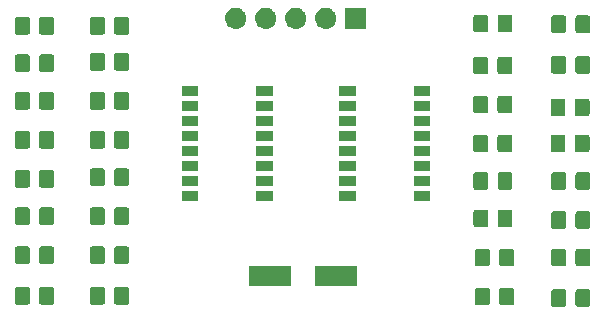
<source format=gbr>
G04 #@! TF.GenerationSoftware,KiCad,Pcbnew,(5.0.1-3-g963ef8bb5)*
G04 #@! TF.CreationDate,2018-12-19T14:50:12+08:00*
G04 #@! TF.ProjectId,16-LED-board,31362D4C45442D626F6172642E6B6963,1.0*
G04 #@! TF.SameCoordinates,Original*
G04 #@! TF.FileFunction,Soldermask,Top*
G04 #@! TF.FilePolarity,Negative*
%FSLAX46Y46*%
G04 Gerber Fmt 4.6, Leading zero omitted, Abs format (unit mm)*
G04 Created by KiCad (PCBNEW (5.0.1-3-g963ef8bb5)) date 2018 December 19, Wednesday 14:50:12*
%MOMM*%
%LPD*%
G01*
G04 APERTURE LIST*
%ADD10C,0.100000*%
G04 APERTURE END LIST*
D10*
G36*
X113938177Y-107520965D02*
X113975864Y-107532398D01*
X114010603Y-107550966D01*
X114041048Y-107575952D01*
X114066034Y-107606397D01*
X114084602Y-107641136D01*
X114096035Y-107678823D01*
X114100500Y-107724161D01*
X114100500Y-108810839D01*
X114096035Y-108856177D01*
X114084602Y-108893864D01*
X114066034Y-108928603D01*
X114041048Y-108959048D01*
X114010603Y-108984034D01*
X113975864Y-109002602D01*
X113938177Y-109014035D01*
X113892839Y-109018500D01*
X113056161Y-109018500D01*
X113010823Y-109014035D01*
X112973136Y-109002602D01*
X112938397Y-108984034D01*
X112907952Y-108959048D01*
X112882966Y-108928603D01*
X112864398Y-108893864D01*
X112852965Y-108856177D01*
X112848500Y-108810839D01*
X112848500Y-107724161D01*
X112852965Y-107678823D01*
X112864398Y-107641136D01*
X112882966Y-107606397D01*
X112907952Y-107575952D01*
X112938397Y-107550966D01*
X112973136Y-107532398D01*
X113010823Y-107520965D01*
X113056161Y-107516500D01*
X113892839Y-107516500D01*
X113938177Y-107520965D01*
X113938177Y-107520965D01*
G37*
G36*
X111888177Y-107520965D02*
X111925864Y-107532398D01*
X111960603Y-107550966D01*
X111991048Y-107575952D01*
X112016034Y-107606397D01*
X112034602Y-107641136D01*
X112046035Y-107678823D01*
X112050500Y-107724161D01*
X112050500Y-108810839D01*
X112046035Y-108856177D01*
X112034602Y-108893864D01*
X112016034Y-108928603D01*
X111991048Y-108959048D01*
X111960603Y-108984034D01*
X111925864Y-109002602D01*
X111888177Y-109014035D01*
X111842839Y-109018500D01*
X111006161Y-109018500D01*
X110960823Y-109014035D01*
X110923136Y-109002602D01*
X110888397Y-108984034D01*
X110857952Y-108959048D01*
X110832966Y-108928603D01*
X110814398Y-108893864D01*
X110802965Y-108856177D01*
X110798500Y-108810839D01*
X110798500Y-107724161D01*
X110802965Y-107678823D01*
X110814398Y-107641136D01*
X110832966Y-107606397D01*
X110857952Y-107575952D01*
X110888397Y-107550966D01*
X110923136Y-107532398D01*
X110960823Y-107520965D01*
X111006161Y-107516500D01*
X111842839Y-107516500D01*
X111888177Y-107520965D01*
X111888177Y-107520965D01*
G37*
G36*
X107479177Y-107393965D02*
X107516864Y-107405398D01*
X107551603Y-107423966D01*
X107582048Y-107448952D01*
X107607034Y-107479397D01*
X107625602Y-107514136D01*
X107637035Y-107551823D01*
X107641500Y-107597161D01*
X107641500Y-108683839D01*
X107637035Y-108729177D01*
X107625602Y-108766864D01*
X107607034Y-108801603D01*
X107582048Y-108832048D01*
X107551603Y-108857034D01*
X107516864Y-108875602D01*
X107479177Y-108887035D01*
X107433839Y-108891500D01*
X106597161Y-108891500D01*
X106551823Y-108887035D01*
X106514136Y-108875602D01*
X106479397Y-108857034D01*
X106448952Y-108832048D01*
X106423966Y-108801603D01*
X106405398Y-108766864D01*
X106393965Y-108729177D01*
X106389500Y-108683839D01*
X106389500Y-107597161D01*
X106393965Y-107551823D01*
X106405398Y-107514136D01*
X106423966Y-107479397D01*
X106448952Y-107448952D01*
X106479397Y-107423966D01*
X106514136Y-107405398D01*
X106551823Y-107393965D01*
X106597161Y-107389500D01*
X107433839Y-107389500D01*
X107479177Y-107393965D01*
X107479177Y-107393965D01*
G37*
G36*
X105429177Y-107393965D02*
X105466864Y-107405398D01*
X105501603Y-107423966D01*
X105532048Y-107448952D01*
X105557034Y-107479397D01*
X105575602Y-107514136D01*
X105587035Y-107551823D01*
X105591500Y-107597161D01*
X105591500Y-108683839D01*
X105587035Y-108729177D01*
X105575602Y-108766864D01*
X105557034Y-108801603D01*
X105532048Y-108832048D01*
X105501603Y-108857034D01*
X105466864Y-108875602D01*
X105429177Y-108887035D01*
X105383839Y-108891500D01*
X104547161Y-108891500D01*
X104501823Y-108887035D01*
X104464136Y-108875602D01*
X104429397Y-108857034D01*
X104398952Y-108832048D01*
X104373966Y-108801603D01*
X104355398Y-108766864D01*
X104343965Y-108729177D01*
X104339500Y-108683839D01*
X104339500Y-107597161D01*
X104343965Y-107551823D01*
X104355398Y-107514136D01*
X104373966Y-107479397D01*
X104398952Y-107448952D01*
X104429397Y-107423966D01*
X104464136Y-107405398D01*
X104501823Y-107393965D01*
X104547161Y-107389500D01*
X105383839Y-107389500D01*
X105429177Y-107393965D01*
X105429177Y-107393965D01*
G37*
G36*
X74885677Y-107330465D02*
X74923364Y-107341898D01*
X74958103Y-107360466D01*
X74988548Y-107385452D01*
X75013534Y-107415897D01*
X75032102Y-107450636D01*
X75043535Y-107488323D01*
X75048000Y-107533661D01*
X75048000Y-108620339D01*
X75043535Y-108665677D01*
X75032102Y-108703364D01*
X75013534Y-108738103D01*
X74988548Y-108768548D01*
X74958103Y-108793534D01*
X74923364Y-108812102D01*
X74885677Y-108823535D01*
X74840339Y-108828000D01*
X74003661Y-108828000D01*
X73958323Y-108823535D01*
X73920636Y-108812102D01*
X73885897Y-108793534D01*
X73855452Y-108768548D01*
X73830466Y-108738103D01*
X73811898Y-108703364D01*
X73800465Y-108665677D01*
X73796000Y-108620339D01*
X73796000Y-107533661D01*
X73800465Y-107488323D01*
X73811898Y-107450636D01*
X73830466Y-107415897D01*
X73855452Y-107385452D01*
X73885897Y-107360466D01*
X73920636Y-107341898D01*
X73958323Y-107330465D01*
X74003661Y-107326000D01*
X74840339Y-107326000D01*
X74885677Y-107330465D01*
X74885677Y-107330465D01*
G37*
G36*
X72835677Y-107330465D02*
X72873364Y-107341898D01*
X72908103Y-107360466D01*
X72938548Y-107385452D01*
X72963534Y-107415897D01*
X72982102Y-107450636D01*
X72993535Y-107488323D01*
X72998000Y-107533661D01*
X72998000Y-108620339D01*
X72993535Y-108665677D01*
X72982102Y-108703364D01*
X72963534Y-108738103D01*
X72938548Y-108768548D01*
X72908103Y-108793534D01*
X72873364Y-108812102D01*
X72835677Y-108823535D01*
X72790339Y-108828000D01*
X71953661Y-108828000D01*
X71908323Y-108823535D01*
X71870636Y-108812102D01*
X71835897Y-108793534D01*
X71805452Y-108768548D01*
X71780466Y-108738103D01*
X71761898Y-108703364D01*
X71750465Y-108665677D01*
X71746000Y-108620339D01*
X71746000Y-107533661D01*
X71750465Y-107488323D01*
X71761898Y-107450636D01*
X71780466Y-107415897D01*
X71805452Y-107385452D01*
X71835897Y-107360466D01*
X71870636Y-107341898D01*
X71908323Y-107330465D01*
X71953661Y-107326000D01*
X72790339Y-107326000D01*
X72835677Y-107330465D01*
X72835677Y-107330465D01*
G37*
G36*
X68535677Y-107330465D02*
X68573364Y-107341898D01*
X68608103Y-107360466D01*
X68638548Y-107385452D01*
X68663534Y-107415897D01*
X68682102Y-107450636D01*
X68693535Y-107488323D01*
X68698000Y-107533661D01*
X68698000Y-108620339D01*
X68693535Y-108665677D01*
X68682102Y-108703364D01*
X68663534Y-108738103D01*
X68638548Y-108768548D01*
X68608103Y-108793534D01*
X68573364Y-108812102D01*
X68535677Y-108823535D01*
X68490339Y-108828000D01*
X67653661Y-108828000D01*
X67608323Y-108823535D01*
X67570636Y-108812102D01*
X67535897Y-108793534D01*
X67505452Y-108768548D01*
X67480466Y-108738103D01*
X67461898Y-108703364D01*
X67450465Y-108665677D01*
X67446000Y-108620339D01*
X67446000Y-107533661D01*
X67450465Y-107488323D01*
X67461898Y-107450636D01*
X67480466Y-107415897D01*
X67505452Y-107385452D01*
X67535897Y-107360466D01*
X67570636Y-107341898D01*
X67608323Y-107330465D01*
X67653661Y-107326000D01*
X68490339Y-107326000D01*
X68535677Y-107330465D01*
X68535677Y-107330465D01*
G37*
G36*
X66485677Y-107330465D02*
X66523364Y-107341898D01*
X66558103Y-107360466D01*
X66588548Y-107385452D01*
X66613534Y-107415897D01*
X66632102Y-107450636D01*
X66643535Y-107488323D01*
X66648000Y-107533661D01*
X66648000Y-108620339D01*
X66643535Y-108665677D01*
X66632102Y-108703364D01*
X66613534Y-108738103D01*
X66588548Y-108768548D01*
X66558103Y-108793534D01*
X66523364Y-108812102D01*
X66485677Y-108823535D01*
X66440339Y-108828000D01*
X65603661Y-108828000D01*
X65558323Y-108823535D01*
X65520636Y-108812102D01*
X65485897Y-108793534D01*
X65455452Y-108768548D01*
X65430466Y-108738103D01*
X65411898Y-108703364D01*
X65400465Y-108665677D01*
X65396000Y-108620339D01*
X65396000Y-107533661D01*
X65400465Y-107488323D01*
X65411898Y-107450636D01*
X65430466Y-107415897D01*
X65455452Y-107385452D01*
X65485897Y-107360466D01*
X65520636Y-107341898D01*
X65558323Y-107330465D01*
X65603661Y-107326000D01*
X66440339Y-107326000D01*
X66485677Y-107330465D01*
X66485677Y-107330465D01*
G37*
G36*
X94390000Y-107277000D02*
X90788000Y-107277000D01*
X90788000Y-105575000D01*
X94390000Y-105575000D01*
X94390000Y-107277000D01*
X94390000Y-107277000D01*
G37*
G36*
X88790000Y-107277000D02*
X85188000Y-107277000D01*
X85188000Y-105575000D01*
X88790000Y-105575000D01*
X88790000Y-107277000D01*
X88790000Y-107277000D01*
G37*
G36*
X105429177Y-104091965D02*
X105466864Y-104103398D01*
X105501603Y-104121966D01*
X105532048Y-104146952D01*
X105557034Y-104177397D01*
X105575602Y-104212136D01*
X105587035Y-104249823D01*
X105591500Y-104295161D01*
X105591500Y-105381839D01*
X105587035Y-105427177D01*
X105575602Y-105464864D01*
X105557034Y-105499603D01*
X105532048Y-105530048D01*
X105501603Y-105555034D01*
X105466864Y-105573602D01*
X105429177Y-105585035D01*
X105383839Y-105589500D01*
X104547161Y-105589500D01*
X104501823Y-105585035D01*
X104464136Y-105573602D01*
X104429397Y-105555034D01*
X104398952Y-105530048D01*
X104373966Y-105499603D01*
X104355398Y-105464864D01*
X104343965Y-105427177D01*
X104339500Y-105381839D01*
X104339500Y-104295161D01*
X104343965Y-104249823D01*
X104355398Y-104212136D01*
X104373966Y-104177397D01*
X104398952Y-104146952D01*
X104429397Y-104121966D01*
X104464136Y-104103398D01*
X104501823Y-104091965D01*
X104547161Y-104087500D01*
X105383839Y-104087500D01*
X105429177Y-104091965D01*
X105429177Y-104091965D01*
G37*
G36*
X107479177Y-104091965D02*
X107516864Y-104103398D01*
X107551603Y-104121966D01*
X107582048Y-104146952D01*
X107607034Y-104177397D01*
X107625602Y-104212136D01*
X107637035Y-104249823D01*
X107641500Y-104295161D01*
X107641500Y-105381839D01*
X107637035Y-105427177D01*
X107625602Y-105464864D01*
X107607034Y-105499603D01*
X107582048Y-105530048D01*
X107551603Y-105555034D01*
X107516864Y-105573602D01*
X107479177Y-105585035D01*
X107433839Y-105589500D01*
X106597161Y-105589500D01*
X106551823Y-105585035D01*
X106514136Y-105573602D01*
X106479397Y-105555034D01*
X106448952Y-105530048D01*
X106423966Y-105499603D01*
X106405398Y-105464864D01*
X106393965Y-105427177D01*
X106389500Y-105381839D01*
X106389500Y-104295161D01*
X106393965Y-104249823D01*
X106405398Y-104212136D01*
X106423966Y-104177397D01*
X106448952Y-104146952D01*
X106479397Y-104121966D01*
X106514136Y-104103398D01*
X106551823Y-104091965D01*
X106597161Y-104087500D01*
X107433839Y-104087500D01*
X107479177Y-104091965D01*
X107479177Y-104091965D01*
G37*
G36*
X111888177Y-104091965D02*
X111925864Y-104103398D01*
X111960603Y-104121966D01*
X111991048Y-104146952D01*
X112016034Y-104177397D01*
X112034602Y-104212136D01*
X112046035Y-104249823D01*
X112050500Y-104295161D01*
X112050500Y-105381839D01*
X112046035Y-105427177D01*
X112034602Y-105464864D01*
X112016034Y-105499603D01*
X111991048Y-105530048D01*
X111960603Y-105555034D01*
X111925864Y-105573602D01*
X111888177Y-105585035D01*
X111842839Y-105589500D01*
X111006161Y-105589500D01*
X110960823Y-105585035D01*
X110923136Y-105573602D01*
X110888397Y-105555034D01*
X110857952Y-105530048D01*
X110832966Y-105499603D01*
X110814398Y-105464864D01*
X110802965Y-105427177D01*
X110798500Y-105381839D01*
X110798500Y-104295161D01*
X110802965Y-104249823D01*
X110814398Y-104212136D01*
X110832966Y-104177397D01*
X110857952Y-104146952D01*
X110888397Y-104121966D01*
X110923136Y-104103398D01*
X110960823Y-104091965D01*
X111006161Y-104087500D01*
X111842839Y-104087500D01*
X111888177Y-104091965D01*
X111888177Y-104091965D01*
G37*
G36*
X113938177Y-104091965D02*
X113975864Y-104103398D01*
X114010603Y-104121966D01*
X114041048Y-104146952D01*
X114066034Y-104177397D01*
X114084602Y-104212136D01*
X114096035Y-104249823D01*
X114100500Y-104295161D01*
X114100500Y-105381839D01*
X114096035Y-105427177D01*
X114084602Y-105464864D01*
X114066034Y-105499603D01*
X114041048Y-105530048D01*
X114010603Y-105555034D01*
X113975864Y-105573602D01*
X113938177Y-105585035D01*
X113892839Y-105589500D01*
X113056161Y-105589500D01*
X113010823Y-105585035D01*
X112973136Y-105573602D01*
X112938397Y-105555034D01*
X112907952Y-105530048D01*
X112882966Y-105499603D01*
X112864398Y-105464864D01*
X112852965Y-105427177D01*
X112848500Y-105381839D01*
X112848500Y-104295161D01*
X112852965Y-104249823D01*
X112864398Y-104212136D01*
X112882966Y-104177397D01*
X112907952Y-104146952D01*
X112938397Y-104121966D01*
X112973136Y-104103398D01*
X113010823Y-104091965D01*
X113056161Y-104087500D01*
X113892839Y-104087500D01*
X113938177Y-104091965D01*
X113938177Y-104091965D01*
G37*
G36*
X74885677Y-103901465D02*
X74923364Y-103912898D01*
X74958103Y-103931466D01*
X74988548Y-103956452D01*
X75013534Y-103986897D01*
X75032102Y-104021636D01*
X75043535Y-104059323D01*
X75048000Y-104104661D01*
X75048000Y-105191339D01*
X75043535Y-105236677D01*
X75032102Y-105274364D01*
X75013534Y-105309103D01*
X74988548Y-105339548D01*
X74958103Y-105364534D01*
X74923364Y-105383102D01*
X74885677Y-105394535D01*
X74840339Y-105399000D01*
X74003661Y-105399000D01*
X73958323Y-105394535D01*
X73920636Y-105383102D01*
X73885897Y-105364534D01*
X73855452Y-105339548D01*
X73830466Y-105309103D01*
X73811898Y-105274364D01*
X73800465Y-105236677D01*
X73796000Y-105191339D01*
X73796000Y-104104661D01*
X73800465Y-104059323D01*
X73811898Y-104021636D01*
X73830466Y-103986897D01*
X73855452Y-103956452D01*
X73885897Y-103931466D01*
X73920636Y-103912898D01*
X73958323Y-103901465D01*
X74003661Y-103897000D01*
X74840339Y-103897000D01*
X74885677Y-103901465D01*
X74885677Y-103901465D01*
G37*
G36*
X72835677Y-103901465D02*
X72873364Y-103912898D01*
X72908103Y-103931466D01*
X72938548Y-103956452D01*
X72963534Y-103986897D01*
X72982102Y-104021636D01*
X72993535Y-104059323D01*
X72998000Y-104104661D01*
X72998000Y-105191339D01*
X72993535Y-105236677D01*
X72982102Y-105274364D01*
X72963534Y-105309103D01*
X72938548Y-105339548D01*
X72908103Y-105364534D01*
X72873364Y-105383102D01*
X72835677Y-105394535D01*
X72790339Y-105399000D01*
X71953661Y-105399000D01*
X71908323Y-105394535D01*
X71870636Y-105383102D01*
X71835897Y-105364534D01*
X71805452Y-105339548D01*
X71780466Y-105309103D01*
X71761898Y-105274364D01*
X71750465Y-105236677D01*
X71746000Y-105191339D01*
X71746000Y-104104661D01*
X71750465Y-104059323D01*
X71761898Y-104021636D01*
X71780466Y-103986897D01*
X71805452Y-103956452D01*
X71835897Y-103931466D01*
X71870636Y-103912898D01*
X71908323Y-103901465D01*
X71953661Y-103897000D01*
X72790339Y-103897000D01*
X72835677Y-103901465D01*
X72835677Y-103901465D01*
G37*
G36*
X68535677Y-103901465D02*
X68573364Y-103912898D01*
X68608103Y-103931466D01*
X68638548Y-103956452D01*
X68663534Y-103986897D01*
X68682102Y-104021636D01*
X68693535Y-104059323D01*
X68698000Y-104104661D01*
X68698000Y-105191339D01*
X68693535Y-105236677D01*
X68682102Y-105274364D01*
X68663534Y-105309103D01*
X68638548Y-105339548D01*
X68608103Y-105364534D01*
X68573364Y-105383102D01*
X68535677Y-105394535D01*
X68490339Y-105399000D01*
X67653661Y-105399000D01*
X67608323Y-105394535D01*
X67570636Y-105383102D01*
X67535897Y-105364534D01*
X67505452Y-105339548D01*
X67480466Y-105309103D01*
X67461898Y-105274364D01*
X67450465Y-105236677D01*
X67446000Y-105191339D01*
X67446000Y-104104661D01*
X67450465Y-104059323D01*
X67461898Y-104021636D01*
X67480466Y-103986897D01*
X67505452Y-103956452D01*
X67535897Y-103931466D01*
X67570636Y-103912898D01*
X67608323Y-103901465D01*
X67653661Y-103897000D01*
X68490339Y-103897000D01*
X68535677Y-103901465D01*
X68535677Y-103901465D01*
G37*
G36*
X66485677Y-103901465D02*
X66523364Y-103912898D01*
X66558103Y-103931466D01*
X66588548Y-103956452D01*
X66613534Y-103986897D01*
X66632102Y-104021636D01*
X66643535Y-104059323D01*
X66648000Y-104104661D01*
X66648000Y-105191339D01*
X66643535Y-105236677D01*
X66632102Y-105274364D01*
X66613534Y-105309103D01*
X66588548Y-105339548D01*
X66558103Y-105364534D01*
X66523364Y-105383102D01*
X66485677Y-105394535D01*
X66440339Y-105399000D01*
X65603661Y-105399000D01*
X65558323Y-105394535D01*
X65520636Y-105383102D01*
X65485897Y-105364534D01*
X65455452Y-105339548D01*
X65430466Y-105309103D01*
X65411898Y-105274364D01*
X65400465Y-105236677D01*
X65396000Y-105191339D01*
X65396000Y-104104661D01*
X65400465Y-104059323D01*
X65411898Y-104021636D01*
X65430466Y-103986897D01*
X65455452Y-103956452D01*
X65485897Y-103931466D01*
X65520636Y-103912898D01*
X65558323Y-103901465D01*
X65603661Y-103897000D01*
X66440339Y-103897000D01*
X66485677Y-103901465D01*
X66485677Y-103901465D01*
G37*
G36*
X111888177Y-100916965D02*
X111925864Y-100928398D01*
X111960603Y-100946966D01*
X111991048Y-100971952D01*
X112016034Y-101002397D01*
X112034602Y-101037136D01*
X112046035Y-101074823D01*
X112050500Y-101120161D01*
X112050500Y-102206839D01*
X112046035Y-102252177D01*
X112034602Y-102289864D01*
X112016034Y-102324603D01*
X111991048Y-102355048D01*
X111960603Y-102380034D01*
X111925864Y-102398602D01*
X111888177Y-102410035D01*
X111842839Y-102414500D01*
X111006161Y-102414500D01*
X110960823Y-102410035D01*
X110923136Y-102398602D01*
X110888397Y-102380034D01*
X110857952Y-102355048D01*
X110832966Y-102324603D01*
X110814398Y-102289864D01*
X110802965Y-102252177D01*
X110798500Y-102206839D01*
X110798500Y-101120161D01*
X110802965Y-101074823D01*
X110814398Y-101037136D01*
X110832966Y-101002397D01*
X110857952Y-100971952D01*
X110888397Y-100946966D01*
X110923136Y-100928398D01*
X110960823Y-100916965D01*
X111006161Y-100912500D01*
X111842839Y-100912500D01*
X111888177Y-100916965D01*
X111888177Y-100916965D01*
G37*
G36*
X113938177Y-100916965D02*
X113975864Y-100928398D01*
X114010603Y-100946966D01*
X114041048Y-100971952D01*
X114066034Y-101002397D01*
X114084602Y-101037136D01*
X114096035Y-101074823D01*
X114100500Y-101120161D01*
X114100500Y-102206839D01*
X114096035Y-102252177D01*
X114084602Y-102289864D01*
X114066034Y-102324603D01*
X114041048Y-102355048D01*
X114010603Y-102380034D01*
X113975864Y-102398602D01*
X113938177Y-102410035D01*
X113892839Y-102414500D01*
X113056161Y-102414500D01*
X113010823Y-102410035D01*
X112973136Y-102398602D01*
X112938397Y-102380034D01*
X112907952Y-102355048D01*
X112882966Y-102324603D01*
X112864398Y-102289864D01*
X112852965Y-102252177D01*
X112848500Y-102206839D01*
X112848500Y-101120161D01*
X112852965Y-101074823D01*
X112864398Y-101037136D01*
X112882966Y-101002397D01*
X112907952Y-100971952D01*
X112938397Y-100946966D01*
X112973136Y-100928398D01*
X113010823Y-100916965D01*
X113056161Y-100912500D01*
X113892839Y-100912500D01*
X113938177Y-100916965D01*
X113938177Y-100916965D01*
G37*
G36*
X105302177Y-100789965D02*
X105339864Y-100801398D01*
X105374603Y-100819966D01*
X105405048Y-100844952D01*
X105430034Y-100875397D01*
X105448602Y-100910136D01*
X105460035Y-100947823D01*
X105464500Y-100993161D01*
X105464500Y-102079839D01*
X105460035Y-102125177D01*
X105448602Y-102162864D01*
X105430034Y-102197603D01*
X105405048Y-102228048D01*
X105374603Y-102253034D01*
X105339864Y-102271602D01*
X105302177Y-102283035D01*
X105256839Y-102287500D01*
X104420161Y-102287500D01*
X104374823Y-102283035D01*
X104337136Y-102271602D01*
X104302397Y-102253034D01*
X104271952Y-102228048D01*
X104246966Y-102197603D01*
X104228398Y-102162864D01*
X104216965Y-102125177D01*
X104212500Y-102079839D01*
X104212500Y-100993161D01*
X104216965Y-100947823D01*
X104228398Y-100910136D01*
X104246966Y-100875397D01*
X104271952Y-100844952D01*
X104302397Y-100819966D01*
X104337136Y-100801398D01*
X104374823Y-100789965D01*
X104420161Y-100785500D01*
X105256839Y-100785500D01*
X105302177Y-100789965D01*
X105302177Y-100789965D01*
G37*
G36*
X107352177Y-100789965D02*
X107389864Y-100801398D01*
X107424603Y-100819966D01*
X107455048Y-100844952D01*
X107480034Y-100875397D01*
X107498602Y-100910136D01*
X107510035Y-100947823D01*
X107514500Y-100993161D01*
X107514500Y-102079839D01*
X107510035Y-102125177D01*
X107498602Y-102162864D01*
X107480034Y-102197603D01*
X107455048Y-102228048D01*
X107424603Y-102253034D01*
X107389864Y-102271602D01*
X107352177Y-102283035D01*
X107306839Y-102287500D01*
X106470161Y-102287500D01*
X106424823Y-102283035D01*
X106387136Y-102271602D01*
X106352397Y-102253034D01*
X106321952Y-102228048D01*
X106296966Y-102197603D01*
X106278398Y-102162864D01*
X106266965Y-102125177D01*
X106262500Y-102079839D01*
X106262500Y-100993161D01*
X106266965Y-100947823D01*
X106278398Y-100910136D01*
X106296966Y-100875397D01*
X106321952Y-100844952D01*
X106352397Y-100819966D01*
X106387136Y-100801398D01*
X106424823Y-100789965D01*
X106470161Y-100785500D01*
X107306839Y-100785500D01*
X107352177Y-100789965D01*
X107352177Y-100789965D01*
G37*
G36*
X66485677Y-100599465D02*
X66523364Y-100610898D01*
X66558103Y-100629466D01*
X66588548Y-100654452D01*
X66613534Y-100684897D01*
X66632102Y-100719636D01*
X66643535Y-100757323D01*
X66648000Y-100802661D01*
X66648000Y-101889339D01*
X66643535Y-101934677D01*
X66632102Y-101972364D01*
X66613534Y-102007103D01*
X66588548Y-102037548D01*
X66558103Y-102062534D01*
X66523364Y-102081102D01*
X66485677Y-102092535D01*
X66440339Y-102097000D01*
X65603661Y-102097000D01*
X65558323Y-102092535D01*
X65520636Y-102081102D01*
X65485897Y-102062534D01*
X65455452Y-102037548D01*
X65430466Y-102007103D01*
X65411898Y-101972364D01*
X65400465Y-101934677D01*
X65396000Y-101889339D01*
X65396000Y-100802661D01*
X65400465Y-100757323D01*
X65411898Y-100719636D01*
X65430466Y-100684897D01*
X65455452Y-100654452D01*
X65485897Y-100629466D01*
X65520636Y-100610898D01*
X65558323Y-100599465D01*
X65603661Y-100595000D01*
X66440339Y-100595000D01*
X66485677Y-100599465D01*
X66485677Y-100599465D01*
G37*
G36*
X68535677Y-100599465D02*
X68573364Y-100610898D01*
X68608103Y-100629466D01*
X68638548Y-100654452D01*
X68663534Y-100684897D01*
X68682102Y-100719636D01*
X68693535Y-100757323D01*
X68698000Y-100802661D01*
X68698000Y-101889339D01*
X68693535Y-101934677D01*
X68682102Y-101972364D01*
X68663534Y-102007103D01*
X68638548Y-102037548D01*
X68608103Y-102062534D01*
X68573364Y-102081102D01*
X68535677Y-102092535D01*
X68490339Y-102097000D01*
X67653661Y-102097000D01*
X67608323Y-102092535D01*
X67570636Y-102081102D01*
X67535897Y-102062534D01*
X67505452Y-102037548D01*
X67480466Y-102007103D01*
X67461898Y-101972364D01*
X67450465Y-101934677D01*
X67446000Y-101889339D01*
X67446000Y-100802661D01*
X67450465Y-100757323D01*
X67461898Y-100719636D01*
X67480466Y-100684897D01*
X67505452Y-100654452D01*
X67535897Y-100629466D01*
X67570636Y-100610898D01*
X67608323Y-100599465D01*
X67653661Y-100595000D01*
X68490339Y-100595000D01*
X68535677Y-100599465D01*
X68535677Y-100599465D01*
G37*
G36*
X72835677Y-100599465D02*
X72873364Y-100610898D01*
X72908103Y-100629466D01*
X72938548Y-100654452D01*
X72963534Y-100684897D01*
X72982102Y-100719636D01*
X72993535Y-100757323D01*
X72998000Y-100802661D01*
X72998000Y-101889339D01*
X72993535Y-101934677D01*
X72982102Y-101972364D01*
X72963534Y-102007103D01*
X72938548Y-102037548D01*
X72908103Y-102062534D01*
X72873364Y-102081102D01*
X72835677Y-102092535D01*
X72790339Y-102097000D01*
X71953661Y-102097000D01*
X71908323Y-102092535D01*
X71870636Y-102081102D01*
X71835897Y-102062534D01*
X71805452Y-102037548D01*
X71780466Y-102007103D01*
X71761898Y-101972364D01*
X71750465Y-101934677D01*
X71746000Y-101889339D01*
X71746000Y-100802661D01*
X71750465Y-100757323D01*
X71761898Y-100719636D01*
X71780466Y-100684897D01*
X71805452Y-100654452D01*
X71835897Y-100629466D01*
X71870636Y-100610898D01*
X71908323Y-100599465D01*
X71953661Y-100595000D01*
X72790339Y-100595000D01*
X72835677Y-100599465D01*
X72835677Y-100599465D01*
G37*
G36*
X74885677Y-100599465D02*
X74923364Y-100610898D01*
X74958103Y-100629466D01*
X74988548Y-100654452D01*
X75013534Y-100684897D01*
X75032102Y-100719636D01*
X75043535Y-100757323D01*
X75048000Y-100802661D01*
X75048000Y-101889339D01*
X75043535Y-101934677D01*
X75032102Y-101972364D01*
X75013534Y-102007103D01*
X74988548Y-102037548D01*
X74958103Y-102062534D01*
X74923364Y-102081102D01*
X74885677Y-102092535D01*
X74840339Y-102097000D01*
X74003661Y-102097000D01*
X73958323Y-102092535D01*
X73920636Y-102081102D01*
X73885897Y-102062534D01*
X73855452Y-102037548D01*
X73830466Y-102007103D01*
X73811898Y-101972364D01*
X73800465Y-101934677D01*
X73796000Y-101889339D01*
X73796000Y-100802661D01*
X73800465Y-100757323D01*
X73811898Y-100719636D01*
X73830466Y-100684897D01*
X73855452Y-100654452D01*
X73885897Y-100629466D01*
X73920636Y-100610898D01*
X73958323Y-100599465D01*
X74003661Y-100595000D01*
X74840339Y-100595000D01*
X74885677Y-100599465D01*
X74885677Y-100599465D01*
G37*
G36*
X94261500Y-100087500D02*
X92859500Y-100087500D01*
X92859500Y-99185500D01*
X94261500Y-99185500D01*
X94261500Y-100087500D01*
X94261500Y-100087500D01*
G37*
G36*
X80926500Y-100087500D02*
X79524500Y-100087500D01*
X79524500Y-99185500D01*
X80926500Y-99185500D01*
X80926500Y-100087500D01*
X80926500Y-100087500D01*
G37*
G36*
X100561500Y-100087500D02*
X99159500Y-100087500D01*
X99159500Y-99185500D01*
X100561500Y-99185500D01*
X100561500Y-100087500D01*
X100561500Y-100087500D01*
G37*
G36*
X87226500Y-100087500D02*
X85824500Y-100087500D01*
X85824500Y-99185500D01*
X87226500Y-99185500D01*
X87226500Y-100087500D01*
X87226500Y-100087500D01*
G37*
G36*
X111888177Y-97614965D02*
X111925864Y-97626398D01*
X111960603Y-97644966D01*
X111991048Y-97669952D01*
X112016034Y-97700397D01*
X112034602Y-97735136D01*
X112046035Y-97772823D01*
X112050500Y-97818161D01*
X112050500Y-98904839D01*
X112046035Y-98950177D01*
X112034602Y-98987864D01*
X112016034Y-99022603D01*
X111991048Y-99053048D01*
X111960603Y-99078034D01*
X111925864Y-99096602D01*
X111888177Y-99108035D01*
X111842839Y-99112500D01*
X111006161Y-99112500D01*
X110960823Y-99108035D01*
X110923136Y-99096602D01*
X110888397Y-99078034D01*
X110857952Y-99053048D01*
X110832966Y-99022603D01*
X110814398Y-98987864D01*
X110802965Y-98950177D01*
X110798500Y-98904839D01*
X110798500Y-97818161D01*
X110802965Y-97772823D01*
X110814398Y-97735136D01*
X110832966Y-97700397D01*
X110857952Y-97669952D01*
X110888397Y-97644966D01*
X110923136Y-97626398D01*
X110960823Y-97614965D01*
X111006161Y-97610500D01*
X111842839Y-97610500D01*
X111888177Y-97614965D01*
X111888177Y-97614965D01*
G37*
G36*
X113938177Y-97614965D02*
X113975864Y-97626398D01*
X114010603Y-97644966D01*
X114041048Y-97669952D01*
X114066034Y-97700397D01*
X114084602Y-97735136D01*
X114096035Y-97772823D01*
X114100500Y-97818161D01*
X114100500Y-98904839D01*
X114096035Y-98950177D01*
X114084602Y-98987864D01*
X114066034Y-99022603D01*
X114041048Y-99053048D01*
X114010603Y-99078034D01*
X113975864Y-99096602D01*
X113938177Y-99108035D01*
X113892839Y-99112500D01*
X113056161Y-99112500D01*
X113010823Y-99108035D01*
X112973136Y-99096602D01*
X112938397Y-99078034D01*
X112907952Y-99053048D01*
X112882966Y-99022603D01*
X112864398Y-98987864D01*
X112852965Y-98950177D01*
X112848500Y-98904839D01*
X112848500Y-97818161D01*
X112852965Y-97772823D01*
X112864398Y-97735136D01*
X112882966Y-97700397D01*
X112907952Y-97669952D01*
X112938397Y-97644966D01*
X112973136Y-97626398D01*
X113010823Y-97614965D01*
X113056161Y-97610500D01*
X113892839Y-97610500D01*
X113938177Y-97614965D01*
X113938177Y-97614965D01*
G37*
G36*
X105293177Y-97614965D02*
X105330864Y-97626398D01*
X105365603Y-97644966D01*
X105396048Y-97669952D01*
X105421034Y-97700397D01*
X105439602Y-97735136D01*
X105451035Y-97772823D01*
X105455500Y-97818161D01*
X105455500Y-98904839D01*
X105451035Y-98950177D01*
X105439602Y-98987864D01*
X105421034Y-99022603D01*
X105396048Y-99053048D01*
X105365603Y-99078034D01*
X105330864Y-99096602D01*
X105293177Y-99108035D01*
X105247839Y-99112500D01*
X104411161Y-99112500D01*
X104365823Y-99108035D01*
X104328136Y-99096602D01*
X104293397Y-99078034D01*
X104262952Y-99053048D01*
X104237966Y-99022603D01*
X104219398Y-98987864D01*
X104207965Y-98950177D01*
X104203500Y-98904839D01*
X104203500Y-97818161D01*
X104207965Y-97772823D01*
X104219398Y-97735136D01*
X104237966Y-97700397D01*
X104262952Y-97669952D01*
X104293397Y-97644966D01*
X104328136Y-97626398D01*
X104365823Y-97614965D01*
X104411161Y-97610500D01*
X105247839Y-97610500D01*
X105293177Y-97614965D01*
X105293177Y-97614965D01*
G37*
G36*
X107343177Y-97614965D02*
X107380864Y-97626398D01*
X107415603Y-97644966D01*
X107446048Y-97669952D01*
X107471034Y-97700397D01*
X107489602Y-97735136D01*
X107501035Y-97772823D01*
X107505500Y-97818161D01*
X107505500Y-98904839D01*
X107501035Y-98950177D01*
X107489602Y-98987864D01*
X107471034Y-99022603D01*
X107446048Y-99053048D01*
X107415603Y-99078034D01*
X107380864Y-99096602D01*
X107343177Y-99108035D01*
X107297839Y-99112500D01*
X106461161Y-99112500D01*
X106415823Y-99108035D01*
X106378136Y-99096602D01*
X106343397Y-99078034D01*
X106312952Y-99053048D01*
X106287966Y-99022603D01*
X106269398Y-98987864D01*
X106257965Y-98950177D01*
X106253500Y-98904839D01*
X106253500Y-97818161D01*
X106257965Y-97772823D01*
X106269398Y-97735136D01*
X106287966Y-97700397D01*
X106312952Y-97669952D01*
X106343397Y-97644966D01*
X106378136Y-97626398D01*
X106415823Y-97614965D01*
X106461161Y-97610500D01*
X107297839Y-97610500D01*
X107343177Y-97614965D01*
X107343177Y-97614965D01*
G37*
G36*
X66485677Y-97424465D02*
X66523364Y-97435898D01*
X66558103Y-97454466D01*
X66588548Y-97479452D01*
X66613534Y-97509897D01*
X66632102Y-97544636D01*
X66643535Y-97582323D01*
X66648000Y-97627661D01*
X66648000Y-98714339D01*
X66643535Y-98759677D01*
X66632102Y-98797364D01*
X66613534Y-98832103D01*
X66588548Y-98862548D01*
X66558103Y-98887534D01*
X66523364Y-98906102D01*
X66485677Y-98917535D01*
X66440339Y-98922000D01*
X65603661Y-98922000D01*
X65558323Y-98917535D01*
X65520636Y-98906102D01*
X65485897Y-98887534D01*
X65455452Y-98862548D01*
X65430466Y-98832103D01*
X65411898Y-98797364D01*
X65400465Y-98759677D01*
X65396000Y-98714339D01*
X65396000Y-97627661D01*
X65400465Y-97582323D01*
X65411898Y-97544636D01*
X65430466Y-97509897D01*
X65455452Y-97479452D01*
X65485897Y-97454466D01*
X65520636Y-97435898D01*
X65558323Y-97424465D01*
X65603661Y-97420000D01*
X66440339Y-97420000D01*
X66485677Y-97424465D01*
X66485677Y-97424465D01*
G37*
G36*
X68535677Y-97424465D02*
X68573364Y-97435898D01*
X68608103Y-97454466D01*
X68638548Y-97479452D01*
X68663534Y-97509897D01*
X68682102Y-97544636D01*
X68693535Y-97582323D01*
X68698000Y-97627661D01*
X68698000Y-98714339D01*
X68693535Y-98759677D01*
X68682102Y-98797364D01*
X68663534Y-98832103D01*
X68638548Y-98862548D01*
X68608103Y-98887534D01*
X68573364Y-98906102D01*
X68535677Y-98917535D01*
X68490339Y-98922000D01*
X67653661Y-98922000D01*
X67608323Y-98917535D01*
X67570636Y-98906102D01*
X67535897Y-98887534D01*
X67505452Y-98862548D01*
X67480466Y-98832103D01*
X67461898Y-98797364D01*
X67450465Y-98759677D01*
X67446000Y-98714339D01*
X67446000Y-97627661D01*
X67450465Y-97582323D01*
X67461898Y-97544636D01*
X67480466Y-97509897D01*
X67505452Y-97479452D01*
X67535897Y-97454466D01*
X67570636Y-97435898D01*
X67608323Y-97424465D01*
X67653661Y-97420000D01*
X68490339Y-97420000D01*
X68535677Y-97424465D01*
X68535677Y-97424465D01*
G37*
G36*
X94261500Y-98807500D02*
X92859500Y-98807500D01*
X92859500Y-97905500D01*
X94261500Y-97905500D01*
X94261500Y-98807500D01*
X94261500Y-98807500D01*
G37*
G36*
X87226500Y-98807500D02*
X85824500Y-98807500D01*
X85824500Y-97905500D01*
X87226500Y-97905500D01*
X87226500Y-98807500D01*
X87226500Y-98807500D01*
G37*
G36*
X100561500Y-98807500D02*
X99159500Y-98807500D01*
X99159500Y-97905500D01*
X100561500Y-97905500D01*
X100561500Y-98807500D01*
X100561500Y-98807500D01*
G37*
G36*
X80926500Y-98807500D02*
X79524500Y-98807500D01*
X79524500Y-97905500D01*
X80926500Y-97905500D01*
X80926500Y-98807500D01*
X80926500Y-98807500D01*
G37*
G36*
X72835677Y-97297465D02*
X72873364Y-97308898D01*
X72908103Y-97327466D01*
X72938548Y-97352452D01*
X72963534Y-97382897D01*
X72982102Y-97417636D01*
X72993535Y-97455323D01*
X72998000Y-97500661D01*
X72998000Y-98587339D01*
X72993535Y-98632677D01*
X72982102Y-98670364D01*
X72963534Y-98705103D01*
X72938548Y-98735548D01*
X72908103Y-98760534D01*
X72873364Y-98779102D01*
X72835677Y-98790535D01*
X72790339Y-98795000D01*
X71953661Y-98795000D01*
X71908323Y-98790535D01*
X71870636Y-98779102D01*
X71835897Y-98760534D01*
X71805452Y-98735548D01*
X71780466Y-98705103D01*
X71761898Y-98670364D01*
X71750465Y-98632677D01*
X71746000Y-98587339D01*
X71746000Y-97500661D01*
X71750465Y-97455323D01*
X71761898Y-97417636D01*
X71780466Y-97382897D01*
X71805452Y-97352452D01*
X71835897Y-97327466D01*
X71870636Y-97308898D01*
X71908323Y-97297465D01*
X71953661Y-97293000D01*
X72790339Y-97293000D01*
X72835677Y-97297465D01*
X72835677Y-97297465D01*
G37*
G36*
X74885677Y-97297465D02*
X74923364Y-97308898D01*
X74958103Y-97327466D01*
X74988548Y-97352452D01*
X75013534Y-97382897D01*
X75032102Y-97417636D01*
X75043535Y-97455323D01*
X75048000Y-97500661D01*
X75048000Y-98587339D01*
X75043535Y-98632677D01*
X75032102Y-98670364D01*
X75013534Y-98705103D01*
X74988548Y-98735548D01*
X74958103Y-98760534D01*
X74923364Y-98779102D01*
X74885677Y-98790535D01*
X74840339Y-98795000D01*
X74003661Y-98795000D01*
X73958323Y-98790535D01*
X73920636Y-98779102D01*
X73885897Y-98760534D01*
X73855452Y-98735548D01*
X73830466Y-98705103D01*
X73811898Y-98670364D01*
X73800465Y-98632677D01*
X73796000Y-98587339D01*
X73796000Y-97500661D01*
X73800465Y-97455323D01*
X73811898Y-97417636D01*
X73830466Y-97382897D01*
X73855452Y-97352452D01*
X73885897Y-97327466D01*
X73920636Y-97308898D01*
X73958323Y-97297465D01*
X74003661Y-97293000D01*
X74840339Y-97293000D01*
X74885677Y-97297465D01*
X74885677Y-97297465D01*
G37*
G36*
X80926500Y-97547500D02*
X79524500Y-97547500D01*
X79524500Y-96645500D01*
X80926500Y-96645500D01*
X80926500Y-97547500D01*
X80926500Y-97547500D01*
G37*
G36*
X94261500Y-97547500D02*
X92859500Y-97547500D01*
X92859500Y-96645500D01*
X94261500Y-96645500D01*
X94261500Y-97547500D01*
X94261500Y-97547500D01*
G37*
G36*
X100561500Y-97547500D02*
X99159500Y-97547500D01*
X99159500Y-96645500D01*
X100561500Y-96645500D01*
X100561500Y-97547500D01*
X100561500Y-97547500D01*
G37*
G36*
X87226500Y-97547500D02*
X85824500Y-97547500D01*
X85824500Y-96645500D01*
X87226500Y-96645500D01*
X87226500Y-97547500D01*
X87226500Y-97547500D01*
G37*
G36*
X94261500Y-96277500D02*
X92859500Y-96277500D01*
X92859500Y-95375500D01*
X94261500Y-95375500D01*
X94261500Y-96277500D01*
X94261500Y-96277500D01*
G37*
G36*
X100561500Y-96277500D02*
X99159500Y-96277500D01*
X99159500Y-95375500D01*
X100561500Y-95375500D01*
X100561500Y-96277500D01*
X100561500Y-96277500D01*
G37*
G36*
X87226500Y-96277500D02*
X85824500Y-96277500D01*
X85824500Y-95375500D01*
X87226500Y-95375500D01*
X87226500Y-96277500D01*
X87226500Y-96277500D01*
G37*
G36*
X80926500Y-96277500D02*
X79524500Y-96277500D01*
X79524500Y-95375500D01*
X80926500Y-95375500D01*
X80926500Y-96277500D01*
X80926500Y-96277500D01*
G37*
G36*
X105284177Y-94439965D02*
X105321864Y-94451398D01*
X105356603Y-94469966D01*
X105387048Y-94494952D01*
X105412034Y-94525397D01*
X105430602Y-94560136D01*
X105442035Y-94597823D01*
X105446500Y-94643161D01*
X105446500Y-95729839D01*
X105442035Y-95775177D01*
X105430602Y-95812864D01*
X105412034Y-95847603D01*
X105387048Y-95878048D01*
X105356603Y-95903034D01*
X105321864Y-95921602D01*
X105284177Y-95933035D01*
X105238839Y-95937500D01*
X104402161Y-95937500D01*
X104356823Y-95933035D01*
X104319136Y-95921602D01*
X104284397Y-95903034D01*
X104253952Y-95878048D01*
X104228966Y-95847603D01*
X104210398Y-95812864D01*
X104198965Y-95775177D01*
X104194500Y-95729839D01*
X104194500Y-94643161D01*
X104198965Y-94597823D01*
X104210398Y-94560136D01*
X104228966Y-94525397D01*
X104253952Y-94494952D01*
X104284397Y-94469966D01*
X104319136Y-94451398D01*
X104356823Y-94439965D01*
X104402161Y-94435500D01*
X105238839Y-94435500D01*
X105284177Y-94439965D01*
X105284177Y-94439965D01*
G37*
G36*
X113874677Y-94439965D02*
X113912364Y-94451398D01*
X113947103Y-94469966D01*
X113977548Y-94494952D01*
X114002534Y-94525397D01*
X114021102Y-94560136D01*
X114032535Y-94597823D01*
X114037000Y-94643161D01*
X114037000Y-95729839D01*
X114032535Y-95775177D01*
X114021102Y-95812864D01*
X114002534Y-95847603D01*
X113977548Y-95878048D01*
X113947103Y-95903034D01*
X113912364Y-95921602D01*
X113874677Y-95933035D01*
X113829339Y-95937500D01*
X112992661Y-95937500D01*
X112947323Y-95933035D01*
X112909636Y-95921602D01*
X112874897Y-95903034D01*
X112844452Y-95878048D01*
X112819466Y-95847603D01*
X112800898Y-95812864D01*
X112789465Y-95775177D01*
X112785000Y-95729839D01*
X112785000Y-94643161D01*
X112789465Y-94597823D01*
X112800898Y-94560136D01*
X112819466Y-94525397D01*
X112844452Y-94494952D01*
X112874897Y-94469966D01*
X112909636Y-94451398D01*
X112947323Y-94439965D01*
X112992661Y-94435500D01*
X113829339Y-94435500D01*
X113874677Y-94439965D01*
X113874677Y-94439965D01*
G37*
G36*
X107334177Y-94439965D02*
X107371864Y-94451398D01*
X107406603Y-94469966D01*
X107437048Y-94494952D01*
X107462034Y-94525397D01*
X107480602Y-94560136D01*
X107492035Y-94597823D01*
X107496500Y-94643161D01*
X107496500Y-95729839D01*
X107492035Y-95775177D01*
X107480602Y-95812864D01*
X107462034Y-95847603D01*
X107437048Y-95878048D01*
X107406603Y-95903034D01*
X107371864Y-95921602D01*
X107334177Y-95933035D01*
X107288839Y-95937500D01*
X106452161Y-95937500D01*
X106406823Y-95933035D01*
X106369136Y-95921602D01*
X106334397Y-95903034D01*
X106303952Y-95878048D01*
X106278966Y-95847603D01*
X106260398Y-95812864D01*
X106248965Y-95775177D01*
X106244500Y-95729839D01*
X106244500Y-94643161D01*
X106248965Y-94597823D01*
X106260398Y-94560136D01*
X106278966Y-94525397D01*
X106303952Y-94494952D01*
X106334397Y-94469966D01*
X106369136Y-94451398D01*
X106406823Y-94439965D01*
X106452161Y-94435500D01*
X107288839Y-94435500D01*
X107334177Y-94439965D01*
X107334177Y-94439965D01*
G37*
G36*
X111824677Y-94439965D02*
X111862364Y-94451398D01*
X111897103Y-94469966D01*
X111927548Y-94494952D01*
X111952534Y-94525397D01*
X111971102Y-94560136D01*
X111982535Y-94597823D01*
X111987000Y-94643161D01*
X111987000Y-95729839D01*
X111982535Y-95775177D01*
X111971102Y-95812864D01*
X111952534Y-95847603D01*
X111927548Y-95878048D01*
X111897103Y-95903034D01*
X111862364Y-95921602D01*
X111824677Y-95933035D01*
X111779339Y-95937500D01*
X110942661Y-95937500D01*
X110897323Y-95933035D01*
X110859636Y-95921602D01*
X110824897Y-95903034D01*
X110794452Y-95878048D01*
X110769466Y-95847603D01*
X110750898Y-95812864D01*
X110739465Y-95775177D01*
X110735000Y-95729839D01*
X110735000Y-94643161D01*
X110739465Y-94597823D01*
X110750898Y-94560136D01*
X110769466Y-94525397D01*
X110794452Y-94494952D01*
X110824897Y-94469966D01*
X110859636Y-94451398D01*
X110897323Y-94439965D01*
X110942661Y-94435500D01*
X111779339Y-94435500D01*
X111824677Y-94439965D01*
X111824677Y-94439965D01*
G37*
G36*
X72835677Y-94122465D02*
X72873364Y-94133898D01*
X72908103Y-94152466D01*
X72938548Y-94177452D01*
X72963534Y-94207897D01*
X72982102Y-94242636D01*
X72993535Y-94280323D01*
X72998000Y-94325661D01*
X72998000Y-95412339D01*
X72993535Y-95457677D01*
X72982102Y-95495364D01*
X72963534Y-95530103D01*
X72938548Y-95560548D01*
X72908103Y-95585534D01*
X72873364Y-95604102D01*
X72835677Y-95615535D01*
X72790339Y-95620000D01*
X71953661Y-95620000D01*
X71908323Y-95615535D01*
X71870636Y-95604102D01*
X71835897Y-95585534D01*
X71805452Y-95560548D01*
X71780466Y-95530103D01*
X71761898Y-95495364D01*
X71750465Y-95457677D01*
X71746000Y-95412339D01*
X71746000Y-94325661D01*
X71750465Y-94280323D01*
X71761898Y-94242636D01*
X71780466Y-94207897D01*
X71805452Y-94177452D01*
X71835897Y-94152466D01*
X71870636Y-94133898D01*
X71908323Y-94122465D01*
X71953661Y-94118000D01*
X72790339Y-94118000D01*
X72835677Y-94122465D01*
X72835677Y-94122465D01*
G37*
G36*
X74885677Y-94122465D02*
X74923364Y-94133898D01*
X74958103Y-94152466D01*
X74988548Y-94177452D01*
X75013534Y-94207897D01*
X75032102Y-94242636D01*
X75043535Y-94280323D01*
X75048000Y-94325661D01*
X75048000Y-95412339D01*
X75043535Y-95457677D01*
X75032102Y-95495364D01*
X75013534Y-95530103D01*
X74988548Y-95560548D01*
X74958103Y-95585534D01*
X74923364Y-95604102D01*
X74885677Y-95615535D01*
X74840339Y-95620000D01*
X74003661Y-95620000D01*
X73958323Y-95615535D01*
X73920636Y-95604102D01*
X73885897Y-95585534D01*
X73855452Y-95560548D01*
X73830466Y-95530103D01*
X73811898Y-95495364D01*
X73800465Y-95457677D01*
X73796000Y-95412339D01*
X73796000Y-94325661D01*
X73800465Y-94280323D01*
X73811898Y-94242636D01*
X73830466Y-94207897D01*
X73855452Y-94177452D01*
X73885897Y-94152466D01*
X73920636Y-94133898D01*
X73958323Y-94122465D01*
X74003661Y-94118000D01*
X74840339Y-94118000D01*
X74885677Y-94122465D01*
X74885677Y-94122465D01*
G37*
G36*
X68535677Y-94122465D02*
X68573364Y-94133898D01*
X68608103Y-94152466D01*
X68638548Y-94177452D01*
X68663534Y-94207897D01*
X68682102Y-94242636D01*
X68693535Y-94280323D01*
X68698000Y-94325661D01*
X68698000Y-95412339D01*
X68693535Y-95457677D01*
X68682102Y-95495364D01*
X68663534Y-95530103D01*
X68638548Y-95560548D01*
X68608103Y-95585534D01*
X68573364Y-95604102D01*
X68535677Y-95615535D01*
X68490339Y-95620000D01*
X67653661Y-95620000D01*
X67608323Y-95615535D01*
X67570636Y-95604102D01*
X67535897Y-95585534D01*
X67505452Y-95560548D01*
X67480466Y-95530103D01*
X67461898Y-95495364D01*
X67450465Y-95457677D01*
X67446000Y-95412339D01*
X67446000Y-94325661D01*
X67450465Y-94280323D01*
X67461898Y-94242636D01*
X67480466Y-94207897D01*
X67505452Y-94177452D01*
X67535897Y-94152466D01*
X67570636Y-94133898D01*
X67608323Y-94122465D01*
X67653661Y-94118000D01*
X68490339Y-94118000D01*
X68535677Y-94122465D01*
X68535677Y-94122465D01*
G37*
G36*
X66485677Y-94122465D02*
X66523364Y-94133898D01*
X66558103Y-94152466D01*
X66588548Y-94177452D01*
X66613534Y-94207897D01*
X66632102Y-94242636D01*
X66643535Y-94280323D01*
X66648000Y-94325661D01*
X66648000Y-95412339D01*
X66643535Y-95457677D01*
X66632102Y-95495364D01*
X66613534Y-95530103D01*
X66588548Y-95560548D01*
X66558103Y-95585534D01*
X66523364Y-95604102D01*
X66485677Y-95615535D01*
X66440339Y-95620000D01*
X65603661Y-95620000D01*
X65558323Y-95615535D01*
X65520636Y-95604102D01*
X65485897Y-95585534D01*
X65455452Y-95560548D01*
X65430466Y-95530103D01*
X65411898Y-95495364D01*
X65400465Y-95457677D01*
X65396000Y-95412339D01*
X65396000Y-94325661D01*
X65400465Y-94280323D01*
X65411898Y-94242636D01*
X65430466Y-94207897D01*
X65455452Y-94177452D01*
X65485897Y-94152466D01*
X65520636Y-94133898D01*
X65558323Y-94122465D01*
X65603661Y-94118000D01*
X66440339Y-94118000D01*
X66485677Y-94122465D01*
X66485677Y-94122465D01*
G37*
G36*
X87226500Y-94997500D02*
X85824500Y-94997500D01*
X85824500Y-94095500D01*
X87226500Y-94095500D01*
X87226500Y-94997500D01*
X87226500Y-94997500D01*
G37*
G36*
X94261500Y-94997500D02*
X92859500Y-94997500D01*
X92859500Y-94095500D01*
X94261500Y-94095500D01*
X94261500Y-94997500D01*
X94261500Y-94997500D01*
G37*
G36*
X100561500Y-94997500D02*
X99159500Y-94997500D01*
X99159500Y-94095500D01*
X100561500Y-94095500D01*
X100561500Y-94997500D01*
X100561500Y-94997500D01*
G37*
G36*
X80926500Y-94997500D02*
X79524500Y-94997500D01*
X79524500Y-94095500D01*
X80926500Y-94095500D01*
X80926500Y-94997500D01*
X80926500Y-94997500D01*
G37*
G36*
X94261500Y-93727500D02*
X92859500Y-93727500D01*
X92859500Y-92825500D01*
X94261500Y-92825500D01*
X94261500Y-93727500D01*
X94261500Y-93727500D01*
G37*
G36*
X87226500Y-93727500D02*
X85824500Y-93727500D01*
X85824500Y-92825500D01*
X87226500Y-92825500D01*
X87226500Y-93727500D01*
X87226500Y-93727500D01*
G37*
G36*
X80926500Y-93727500D02*
X79524500Y-93727500D01*
X79524500Y-92825500D01*
X80926500Y-92825500D01*
X80926500Y-93727500D01*
X80926500Y-93727500D01*
G37*
G36*
X100561500Y-93727500D02*
X99159500Y-93727500D01*
X99159500Y-92825500D01*
X100561500Y-92825500D01*
X100561500Y-93727500D01*
X100561500Y-93727500D01*
G37*
G36*
X111824677Y-91391965D02*
X111862364Y-91403398D01*
X111897103Y-91421966D01*
X111927548Y-91446952D01*
X111952534Y-91477397D01*
X111971102Y-91512136D01*
X111982535Y-91549823D01*
X111987000Y-91595161D01*
X111987000Y-92681839D01*
X111982535Y-92727177D01*
X111971102Y-92764864D01*
X111952534Y-92799603D01*
X111927548Y-92830048D01*
X111897103Y-92855034D01*
X111862364Y-92873602D01*
X111824677Y-92885035D01*
X111779339Y-92889500D01*
X110942661Y-92889500D01*
X110897323Y-92885035D01*
X110859636Y-92873602D01*
X110824897Y-92855034D01*
X110794452Y-92830048D01*
X110769466Y-92799603D01*
X110750898Y-92764864D01*
X110739465Y-92727177D01*
X110735000Y-92681839D01*
X110735000Y-91595161D01*
X110739465Y-91549823D01*
X110750898Y-91512136D01*
X110769466Y-91477397D01*
X110794452Y-91446952D01*
X110824897Y-91421966D01*
X110859636Y-91403398D01*
X110897323Y-91391965D01*
X110942661Y-91387500D01*
X111779339Y-91387500D01*
X111824677Y-91391965D01*
X111824677Y-91391965D01*
G37*
G36*
X113874677Y-91391965D02*
X113912364Y-91403398D01*
X113947103Y-91421966D01*
X113977548Y-91446952D01*
X114002534Y-91477397D01*
X114021102Y-91512136D01*
X114032535Y-91549823D01*
X114037000Y-91595161D01*
X114037000Y-92681839D01*
X114032535Y-92727177D01*
X114021102Y-92764864D01*
X114002534Y-92799603D01*
X113977548Y-92830048D01*
X113947103Y-92855034D01*
X113912364Y-92873602D01*
X113874677Y-92885035D01*
X113829339Y-92889500D01*
X112992661Y-92889500D01*
X112947323Y-92885035D01*
X112909636Y-92873602D01*
X112874897Y-92855034D01*
X112844452Y-92830048D01*
X112819466Y-92799603D01*
X112800898Y-92764864D01*
X112789465Y-92727177D01*
X112785000Y-92681839D01*
X112785000Y-91595161D01*
X112789465Y-91549823D01*
X112800898Y-91512136D01*
X112819466Y-91477397D01*
X112844452Y-91446952D01*
X112874897Y-91421966D01*
X112909636Y-91403398D01*
X112947323Y-91391965D01*
X112992661Y-91387500D01*
X113829339Y-91387500D01*
X113874677Y-91391965D01*
X113874677Y-91391965D01*
G37*
G36*
X107334177Y-91137965D02*
X107371864Y-91149398D01*
X107406603Y-91167966D01*
X107437048Y-91192952D01*
X107462034Y-91223397D01*
X107480602Y-91258136D01*
X107492035Y-91295823D01*
X107496500Y-91341161D01*
X107496500Y-92427839D01*
X107492035Y-92473177D01*
X107480602Y-92510864D01*
X107462034Y-92545603D01*
X107437048Y-92576048D01*
X107406603Y-92601034D01*
X107371864Y-92619602D01*
X107334177Y-92631035D01*
X107288839Y-92635500D01*
X106452161Y-92635500D01*
X106406823Y-92631035D01*
X106369136Y-92619602D01*
X106334397Y-92601034D01*
X106303952Y-92576048D01*
X106278966Y-92545603D01*
X106260398Y-92510864D01*
X106248965Y-92473177D01*
X106244500Y-92427839D01*
X106244500Y-91341161D01*
X106248965Y-91295823D01*
X106260398Y-91258136D01*
X106278966Y-91223397D01*
X106303952Y-91192952D01*
X106334397Y-91167966D01*
X106369136Y-91149398D01*
X106406823Y-91137965D01*
X106452161Y-91133500D01*
X107288839Y-91133500D01*
X107334177Y-91137965D01*
X107334177Y-91137965D01*
G37*
G36*
X105284177Y-91137965D02*
X105321864Y-91149398D01*
X105356603Y-91167966D01*
X105387048Y-91192952D01*
X105412034Y-91223397D01*
X105430602Y-91258136D01*
X105442035Y-91295823D01*
X105446500Y-91341161D01*
X105446500Y-92427839D01*
X105442035Y-92473177D01*
X105430602Y-92510864D01*
X105412034Y-92545603D01*
X105387048Y-92576048D01*
X105356603Y-92601034D01*
X105321864Y-92619602D01*
X105284177Y-92631035D01*
X105238839Y-92635500D01*
X104402161Y-92635500D01*
X104356823Y-92631035D01*
X104319136Y-92619602D01*
X104284397Y-92601034D01*
X104253952Y-92576048D01*
X104228966Y-92545603D01*
X104210398Y-92510864D01*
X104198965Y-92473177D01*
X104194500Y-92427839D01*
X104194500Y-91341161D01*
X104198965Y-91295823D01*
X104210398Y-91258136D01*
X104228966Y-91223397D01*
X104253952Y-91192952D01*
X104284397Y-91167966D01*
X104319136Y-91149398D01*
X104356823Y-91137965D01*
X104402161Y-91133500D01*
X105238839Y-91133500D01*
X105284177Y-91137965D01*
X105284177Y-91137965D01*
G37*
G36*
X87226500Y-92467500D02*
X85824500Y-92467500D01*
X85824500Y-91565500D01*
X87226500Y-91565500D01*
X87226500Y-92467500D01*
X87226500Y-92467500D01*
G37*
G36*
X80926500Y-92467500D02*
X79524500Y-92467500D01*
X79524500Y-91565500D01*
X80926500Y-91565500D01*
X80926500Y-92467500D01*
X80926500Y-92467500D01*
G37*
G36*
X100561500Y-92467500D02*
X99159500Y-92467500D01*
X99159500Y-91565500D01*
X100561500Y-91565500D01*
X100561500Y-92467500D01*
X100561500Y-92467500D01*
G37*
G36*
X94261500Y-92467500D02*
X92859500Y-92467500D01*
X92859500Y-91565500D01*
X94261500Y-91565500D01*
X94261500Y-92467500D01*
X94261500Y-92467500D01*
G37*
G36*
X72835677Y-90820465D02*
X72873364Y-90831898D01*
X72908103Y-90850466D01*
X72938548Y-90875452D01*
X72963534Y-90905897D01*
X72982102Y-90940636D01*
X72993535Y-90978323D01*
X72998000Y-91023661D01*
X72998000Y-92110339D01*
X72993535Y-92155677D01*
X72982102Y-92193364D01*
X72963534Y-92228103D01*
X72938548Y-92258548D01*
X72908103Y-92283534D01*
X72873364Y-92302102D01*
X72835677Y-92313535D01*
X72790339Y-92318000D01*
X71953661Y-92318000D01*
X71908323Y-92313535D01*
X71870636Y-92302102D01*
X71835897Y-92283534D01*
X71805452Y-92258548D01*
X71780466Y-92228103D01*
X71761898Y-92193364D01*
X71750465Y-92155677D01*
X71746000Y-92110339D01*
X71746000Y-91023661D01*
X71750465Y-90978323D01*
X71761898Y-90940636D01*
X71780466Y-90905897D01*
X71805452Y-90875452D01*
X71835897Y-90850466D01*
X71870636Y-90831898D01*
X71908323Y-90820465D01*
X71953661Y-90816000D01*
X72790339Y-90816000D01*
X72835677Y-90820465D01*
X72835677Y-90820465D01*
G37*
G36*
X66485677Y-90820465D02*
X66523364Y-90831898D01*
X66558103Y-90850466D01*
X66588548Y-90875452D01*
X66613534Y-90905897D01*
X66632102Y-90940636D01*
X66643535Y-90978323D01*
X66648000Y-91023661D01*
X66648000Y-92110339D01*
X66643535Y-92155677D01*
X66632102Y-92193364D01*
X66613534Y-92228103D01*
X66588548Y-92258548D01*
X66558103Y-92283534D01*
X66523364Y-92302102D01*
X66485677Y-92313535D01*
X66440339Y-92318000D01*
X65603661Y-92318000D01*
X65558323Y-92313535D01*
X65520636Y-92302102D01*
X65485897Y-92283534D01*
X65455452Y-92258548D01*
X65430466Y-92228103D01*
X65411898Y-92193364D01*
X65400465Y-92155677D01*
X65396000Y-92110339D01*
X65396000Y-91023661D01*
X65400465Y-90978323D01*
X65411898Y-90940636D01*
X65430466Y-90905897D01*
X65455452Y-90875452D01*
X65485897Y-90850466D01*
X65520636Y-90831898D01*
X65558323Y-90820465D01*
X65603661Y-90816000D01*
X66440339Y-90816000D01*
X66485677Y-90820465D01*
X66485677Y-90820465D01*
G37*
G36*
X74885677Y-90820465D02*
X74923364Y-90831898D01*
X74958103Y-90850466D01*
X74988548Y-90875452D01*
X75013534Y-90905897D01*
X75032102Y-90940636D01*
X75043535Y-90978323D01*
X75048000Y-91023661D01*
X75048000Y-92110339D01*
X75043535Y-92155677D01*
X75032102Y-92193364D01*
X75013534Y-92228103D01*
X74988548Y-92258548D01*
X74958103Y-92283534D01*
X74923364Y-92302102D01*
X74885677Y-92313535D01*
X74840339Y-92318000D01*
X74003661Y-92318000D01*
X73958323Y-92313535D01*
X73920636Y-92302102D01*
X73885897Y-92283534D01*
X73855452Y-92258548D01*
X73830466Y-92228103D01*
X73811898Y-92193364D01*
X73800465Y-92155677D01*
X73796000Y-92110339D01*
X73796000Y-91023661D01*
X73800465Y-90978323D01*
X73811898Y-90940636D01*
X73830466Y-90905897D01*
X73855452Y-90875452D01*
X73885897Y-90850466D01*
X73920636Y-90831898D01*
X73958323Y-90820465D01*
X74003661Y-90816000D01*
X74840339Y-90816000D01*
X74885677Y-90820465D01*
X74885677Y-90820465D01*
G37*
G36*
X68535677Y-90820465D02*
X68573364Y-90831898D01*
X68608103Y-90850466D01*
X68638548Y-90875452D01*
X68663534Y-90905897D01*
X68682102Y-90940636D01*
X68693535Y-90978323D01*
X68698000Y-91023661D01*
X68698000Y-92110339D01*
X68693535Y-92155677D01*
X68682102Y-92193364D01*
X68663534Y-92228103D01*
X68638548Y-92258548D01*
X68608103Y-92283534D01*
X68573364Y-92302102D01*
X68535677Y-92313535D01*
X68490339Y-92318000D01*
X67653661Y-92318000D01*
X67608323Y-92313535D01*
X67570636Y-92302102D01*
X67535897Y-92283534D01*
X67505452Y-92258548D01*
X67480466Y-92228103D01*
X67461898Y-92193364D01*
X67450465Y-92155677D01*
X67446000Y-92110339D01*
X67446000Y-91023661D01*
X67450465Y-90978323D01*
X67461898Y-90940636D01*
X67480466Y-90905897D01*
X67505452Y-90875452D01*
X67535897Y-90850466D01*
X67570636Y-90831898D01*
X67608323Y-90820465D01*
X67653661Y-90816000D01*
X68490339Y-90816000D01*
X68535677Y-90820465D01*
X68535677Y-90820465D01*
G37*
G36*
X94261500Y-91187500D02*
X92859500Y-91187500D01*
X92859500Y-90285500D01*
X94261500Y-90285500D01*
X94261500Y-91187500D01*
X94261500Y-91187500D01*
G37*
G36*
X87226500Y-91187500D02*
X85824500Y-91187500D01*
X85824500Y-90285500D01*
X87226500Y-90285500D01*
X87226500Y-91187500D01*
X87226500Y-91187500D01*
G37*
G36*
X100561500Y-91187500D02*
X99159500Y-91187500D01*
X99159500Y-90285500D01*
X100561500Y-90285500D01*
X100561500Y-91187500D01*
X100561500Y-91187500D01*
G37*
G36*
X80926500Y-91187500D02*
X79524500Y-91187500D01*
X79524500Y-90285500D01*
X80926500Y-90285500D01*
X80926500Y-91187500D01*
X80926500Y-91187500D01*
G37*
G36*
X107334177Y-87835965D02*
X107371864Y-87847398D01*
X107406603Y-87865966D01*
X107437048Y-87890952D01*
X107462034Y-87921397D01*
X107480602Y-87956136D01*
X107492035Y-87993823D01*
X107496500Y-88039161D01*
X107496500Y-89125839D01*
X107492035Y-89171177D01*
X107480602Y-89208864D01*
X107462034Y-89243603D01*
X107437048Y-89274048D01*
X107406603Y-89299034D01*
X107371864Y-89317602D01*
X107334177Y-89329035D01*
X107288839Y-89333500D01*
X106452161Y-89333500D01*
X106406823Y-89329035D01*
X106369136Y-89317602D01*
X106334397Y-89299034D01*
X106303952Y-89274048D01*
X106278966Y-89243603D01*
X106260398Y-89208864D01*
X106248965Y-89171177D01*
X106244500Y-89125839D01*
X106244500Y-88039161D01*
X106248965Y-87993823D01*
X106260398Y-87956136D01*
X106278966Y-87921397D01*
X106303952Y-87890952D01*
X106334397Y-87865966D01*
X106369136Y-87847398D01*
X106406823Y-87835965D01*
X106452161Y-87831500D01*
X107288839Y-87831500D01*
X107334177Y-87835965D01*
X107334177Y-87835965D01*
G37*
G36*
X105284177Y-87835965D02*
X105321864Y-87847398D01*
X105356603Y-87865966D01*
X105387048Y-87890952D01*
X105412034Y-87921397D01*
X105430602Y-87956136D01*
X105442035Y-87993823D01*
X105446500Y-88039161D01*
X105446500Y-89125839D01*
X105442035Y-89171177D01*
X105430602Y-89208864D01*
X105412034Y-89243603D01*
X105387048Y-89274048D01*
X105356603Y-89299034D01*
X105321864Y-89317602D01*
X105284177Y-89329035D01*
X105238839Y-89333500D01*
X104402161Y-89333500D01*
X104356823Y-89329035D01*
X104319136Y-89317602D01*
X104284397Y-89299034D01*
X104253952Y-89274048D01*
X104228966Y-89243603D01*
X104210398Y-89208864D01*
X104198965Y-89171177D01*
X104194500Y-89125839D01*
X104194500Y-88039161D01*
X104198965Y-87993823D01*
X104210398Y-87956136D01*
X104228966Y-87921397D01*
X104253952Y-87890952D01*
X104284397Y-87865966D01*
X104319136Y-87847398D01*
X104356823Y-87835965D01*
X104402161Y-87831500D01*
X105238839Y-87831500D01*
X105284177Y-87835965D01*
X105284177Y-87835965D01*
G37*
G36*
X113938177Y-87772465D02*
X113975864Y-87783898D01*
X114010603Y-87802466D01*
X114041048Y-87827452D01*
X114066034Y-87857897D01*
X114084602Y-87892636D01*
X114096035Y-87930323D01*
X114100500Y-87975661D01*
X114100500Y-89062339D01*
X114096035Y-89107677D01*
X114084602Y-89145364D01*
X114066034Y-89180103D01*
X114041048Y-89210548D01*
X114010603Y-89235534D01*
X113975864Y-89254102D01*
X113938177Y-89265535D01*
X113892839Y-89270000D01*
X113056161Y-89270000D01*
X113010823Y-89265535D01*
X112973136Y-89254102D01*
X112938397Y-89235534D01*
X112907952Y-89210548D01*
X112882966Y-89180103D01*
X112864398Y-89145364D01*
X112852965Y-89107677D01*
X112848500Y-89062339D01*
X112848500Y-87975661D01*
X112852965Y-87930323D01*
X112864398Y-87892636D01*
X112882966Y-87857897D01*
X112907952Y-87827452D01*
X112938397Y-87802466D01*
X112973136Y-87783898D01*
X113010823Y-87772465D01*
X113056161Y-87768000D01*
X113892839Y-87768000D01*
X113938177Y-87772465D01*
X113938177Y-87772465D01*
G37*
G36*
X111888177Y-87772465D02*
X111925864Y-87783898D01*
X111960603Y-87802466D01*
X111991048Y-87827452D01*
X112016034Y-87857897D01*
X112034602Y-87892636D01*
X112046035Y-87930323D01*
X112050500Y-87975661D01*
X112050500Y-89062339D01*
X112046035Y-89107677D01*
X112034602Y-89145364D01*
X112016034Y-89180103D01*
X111991048Y-89210548D01*
X111960603Y-89235534D01*
X111925864Y-89254102D01*
X111888177Y-89265535D01*
X111842839Y-89270000D01*
X111006161Y-89270000D01*
X110960823Y-89265535D01*
X110923136Y-89254102D01*
X110888397Y-89235534D01*
X110857952Y-89210548D01*
X110832966Y-89180103D01*
X110814398Y-89145364D01*
X110802965Y-89107677D01*
X110798500Y-89062339D01*
X110798500Y-87975661D01*
X110802965Y-87930323D01*
X110814398Y-87892636D01*
X110832966Y-87857897D01*
X110857952Y-87827452D01*
X110888397Y-87802466D01*
X110923136Y-87783898D01*
X110960823Y-87772465D01*
X111006161Y-87768000D01*
X111842839Y-87768000D01*
X111888177Y-87772465D01*
X111888177Y-87772465D01*
G37*
G36*
X68535677Y-87645465D02*
X68573364Y-87656898D01*
X68608103Y-87675466D01*
X68638548Y-87700452D01*
X68663534Y-87730897D01*
X68682102Y-87765636D01*
X68693535Y-87803323D01*
X68698000Y-87848661D01*
X68698000Y-88935339D01*
X68693535Y-88980677D01*
X68682102Y-89018364D01*
X68663534Y-89053103D01*
X68638548Y-89083548D01*
X68608103Y-89108534D01*
X68573364Y-89127102D01*
X68535677Y-89138535D01*
X68490339Y-89143000D01*
X67653661Y-89143000D01*
X67608323Y-89138535D01*
X67570636Y-89127102D01*
X67535897Y-89108534D01*
X67505452Y-89083548D01*
X67480466Y-89053103D01*
X67461898Y-89018364D01*
X67450465Y-88980677D01*
X67446000Y-88935339D01*
X67446000Y-87848661D01*
X67450465Y-87803323D01*
X67461898Y-87765636D01*
X67480466Y-87730897D01*
X67505452Y-87700452D01*
X67535897Y-87675466D01*
X67570636Y-87656898D01*
X67608323Y-87645465D01*
X67653661Y-87641000D01*
X68490339Y-87641000D01*
X68535677Y-87645465D01*
X68535677Y-87645465D01*
G37*
G36*
X66485677Y-87645465D02*
X66523364Y-87656898D01*
X66558103Y-87675466D01*
X66588548Y-87700452D01*
X66613534Y-87730897D01*
X66632102Y-87765636D01*
X66643535Y-87803323D01*
X66648000Y-87848661D01*
X66648000Y-88935339D01*
X66643535Y-88980677D01*
X66632102Y-89018364D01*
X66613534Y-89053103D01*
X66588548Y-89083548D01*
X66558103Y-89108534D01*
X66523364Y-89127102D01*
X66485677Y-89138535D01*
X66440339Y-89143000D01*
X65603661Y-89143000D01*
X65558323Y-89138535D01*
X65520636Y-89127102D01*
X65485897Y-89108534D01*
X65455452Y-89083548D01*
X65430466Y-89053103D01*
X65411898Y-89018364D01*
X65400465Y-88980677D01*
X65396000Y-88935339D01*
X65396000Y-87848661D01*
X65400465Y-87803323D01*
X65411898Y-87765636D01*
X65430466Y-87730897D01*
X65455452Y-87700452D01*
X65485897Y-87675466D01*
X65520636Y-87656898D01*
X65558323Y-87645465D01*
X65603661Y-87641000D01*
X66440339Y-87641000D01*
X66485677Y-87645465D01*
X66485677Y-87645465D01*
G37*
G36*
X74885677Y-87518465D02*
X74923364Y-87529898D01*
X74958103Y-87548466D01*
X74988548Y-87573452D01*
X75013534Y-87603897D01*
X75032102Y-87638636D01*
X75043535Y-87676323D01*
X75048000Y-87721661D01*
X75048000Y-88808339D01*
X75043535Y-88853677D01*
X75032102Y-88891364D01*
X75013534Y-88926103D01*
X74988548Y-88956548D01*
X74958103Y-88981534D01*
X74923364Y-89000102D01*
X74885677Y-89011535D01*
X74840339Y-89016000D01*
X74003661Y-89016000D01*
X73958323Y-89011535D01*
X73920636Y-89000102D01*
X73885897Y-88981534D01*
X73855452Y-88956548D01*
X73830466Y-88926103D01*
X73811898Y-88891364D01*
X73800465Y-88853677D01*
X73796000Y-88808339D01*
X73796000Y-87721661D01*
X73800465Y-87676323D01*
X73811898Y-87638636D01*
X73830466Y-87603897D01*
X73855452Y-87573452D01*
X73885897Y-87548466D01*
X73920636Y-87529898D01*
X73958323Y-87518465D01*
X74003661Y-87514000D01*
X74840339Y-87514000D01*
X74885677Y-87518465D01*
X74885677Y-87518465D01*
G37*
G36*
X72835677Y-87518465D02*
X72873364Y-87529898D01*
X72908103Y-87548466D01*
X72938548Y-87573452D01*
X72963534Y-87603897D01*
X72982102Y-87638636D01*
X72993535Y-87676323D01*
X72998000Y-87721661D01*
X72998000Y-88808339D01*
X72993535Y-88853677D01*
X72982102Y-88891364D01*
X72963534Y-88926103D01*
X72938548Y-88956548D01*
X72908103Y-88981534D01*
X72873364Y-89000102D01*
X72835677Y-89011535D01*
X72790339Y-89016000D01*
X71953661Y-89016000D01*
X71908323Y-89011535D01*
X71870636Y-89000102D01*
X71835897Y-88981534D01*
X71805452Y-88956548D01*
X71780466Y-88926103D01*
X71761898Y-88891364D01*
X71750465Y-88853677D01*
X71746000Y-88808339D01*
X71746000Y-87721661D01*
X71750465Y-87676323D01*
X71761898Y-87638636D01*
X71780466Y-87603897D01*
X71805452Y-87573452D01*
X71835897Y-87548466D01*
X71870636Y-87529898D01*
X71908323Y-87518465D01*
X71953661Y-87514000D01*
X72790339Y-87514000D01*
X72835677Y-87518465D01*
X72835677Y-87518465D01*
G37*
G36*
X72835677Y-84470465D02*
X72873364Y-84481898D01*
X72908103Y-84500466D01*
X72938548Y-84525452D01*
X72963534Y-84555897D01*
X72982102Y-84590636D01*
X72993535Y-84628323D01*
X72998000Y-84673661D01*
X72998000Y-85760339D01*
X72993535Y-85805677D01*
X72982102Y-85843364D01*
X72963534Y-85878103D01*
X72938548Y-85908548D01*
X72908103Y-85933534D01*
X72873364Y-85952102D01*
X72835677Y-85963535D01*
X72790339Y-85968000D01*
X71953661Y-85968000D01*
X71908323Y-85963535D01*
X71870636Y-85952102D01*
X71835897Y-85933534D01*
X71805452Y-85908548D01*
X71780466Y-85878103D01*
X71761898Y-85843364D01*
X71750465Y-85805677D01*
X71746000Y-85760339D01*
X71746000Y-84673661D01*
X71750465Y-84628323D01*
X71761898Y-84590636D01*
X71780466Y-84555897D01*
X71805452Y-84525452D01*
X71835897Y-84500466D01*
X71870636Y-84481898D01*
X71908323Y-84470465D01*
X71953661Y-84466000D01*
X72790339Y-84466000D01*
X72835677Y-84470465D01*
X72835677Y-84470465D01*
G37*
G36*
X74885677Y-84470465D02*
X74923364Y-84481898D01*
X74958103Y-84500466D01*
X74988548Y-84525452D01*
X75013534Y-84555897D01*
X75032102Y-84590636D01*
X75043535Y-84628323D01*
X75048000Y-84673661D01*
X75048000Y-85760339D01*
X75043535Y-85805677D01*
X75032102Y-85843364D01*
X75013534Y-85878103D01*
X74988548Y-85908548D01*
X74958103Y-85933534D01*
X74923364Y-85952102D01*
X74885677Y-85963535D01*
X74840339Y-85968000D01*
X74003661Y-85968000D01*
X73958323Y-85963535D01*
X73920636Y-85952102D01*
X73885897Y-85933534D01*
X73855452Y-85908548D01*
X73830466Y-85878103D01*
X73811898Y-85843364D01*
X73800465Y-85805677D01*
X73796000Y-85760339D01*
X73796000Y-84673661D01*
X73800465Y-84628323D01*
X73811898Y-84590636D01*
X73830466Y-84555897D01*
X73855452Y-84525452D01*
X73885897Y-84500466D01*
X73920636Y-84481898D01*
X73958323Y-84470465D01*
X74003661Y-84466000D01*
X74840339Y-84466000D01*
X74885677Y-84470465D01*
X74885677Y-84470465D01*
G37*
G36*
X68535677Y-84470465D02*
X68573364Y-84481898D01*
X68608103Y-84500466D01*
X68638548Y-84525452D01*
X68663534Y-84555897D01*
X68682102Y-84590636D01*
X68693535Y-84628323D01*
X68698000Y-84673661D01*
X68698000Y-85760339D01*
X68693535Y-85805677D01*
X68682102Y-85843364D01*
X68663534Y-85878103D01*
X68638548Y-85908548D01*
X68608103Y-85933534D01*
X68573364Y-85952102D01*
X68535677Y-85963535D01*
X68490339Y-85968000D01*
X67653661Y-85968000D01*
X67608323Y-85963535D01*
X67570636Y-85952102D01*
X67535897Y-85933534D01*
X67505452Y-85908548D01*
X67480466Y-85878103D01*
X67461898Y-85843364D01*
X67450465Y-85805677D01*
X67446000Y-85760339D01*
X67446000Y-84673661D01*
X67450465Y-84628323D01*
X67461898Y-84590636D01*
X67480466Y-84555897D01*
X67505452Y-84525452D01*
X67535897Y-84500466D01*
X67570636Y-84481898D01*
X67608323Y-84470465D01*
X67653661Y-84466000D01*
X68490339Y-84466000D01*
X68535677Y-84470465D01*
X68535677Y-84470465D01*
G37*
G36*
X66485677Y-84470465D02*
X66523364Y-84481898D01*
X66558103Y-84500466D01*
X66588548Y-84525452D01*
X66613534Y-84555897D01*
X66632102Y-84590636D01*
X66643535Y-84628323D01*
X66648000Y-84673661D01*
X66648000Y-85760339D01*
X66643535Y-85805677D01*
X66632102Y-85843364D01*
X66613534Y-85878103D01*
X66588548Y-85908548D01*
X66558103Y-85933534D01*
X66523364Y-85952102D01*
X66485677Y-85963535D01*
X66440339Y-85968000D01*
X65603661Y-85968000D01*
X65558323Y-85963535D01*
X65520636Y-85952102D01*
X65485897Y-85933534D01*
X65455452Y-85908548D01*
X65430466Y-85878103D01*
X65411898Y-85843364D01*
X65400465Y-85805677D01*
X65396000Y-85760339D01*
X65396000Y-84673661D01*
X65400465Y-84628323D01*
X65411898Y-84590636D01*
X65430466Y-84555897D01*
X65455452Y-84525452D01*
X65485897Y-84500466D01*
X65520636Y-84481898D01*
X65558323Y-84470465D01*
X65603661Y-84466000D01*
X66440339Y-84466000D01*
X66485677Y-84470465D01*
X66485677Y-84470465D01*
G37*
G36*
X113938177Y-84343465D02*
X113975864Y-84354898D01*
X114010603Y-84373466D01*
X114041048Y-84398452D01*
X114066034Y-84428897D01*
X114084602Y-84463636D01*
X114096035Y-84501323D01*
X114100500Y-84546661D01*
X114100500Y-85633339D01*
X114096035Y-85678677D01*
X114084602Y-85716364D01*
X114066034Y-85751103D01*
X114041048Y-85781548D01*
X114010603Y-85806534D01*
X113975864Y-85825102D01*
X113938177Y-85836535D01*
X113892839Y-85841000D01*
X113056161Y-85841000D01*
X113010823Y-85836535D01*
X112973136Y-85825102D01*
X112938397Y-85806534D01*
X112907952Y-85781548D01*
X112882966Y-85751103D01*
X112864398Y-85716364D01*
X112852965Y-85678677D01*
X112848500Y-85633339D01*
X112848500Y-84546661D01*
X112852965Y-84501323D01*
X112864398Y-84463636D01*
X112882966Y-84428897D01*
X112907952Y-84398452D01*
X112938397Y-84373466D01*
X112973136Y-84354898D01*
X113010823Y-84343465D01*
X113056161Y-84339000D01*
X113892839Y-84339000D01*
X113938177Y-84343465D01*
X113938177Y-84343465D01*
G37*
G36*
X111888177Y-84343465D02*
X111925864Y-84354898D01*
X111960603Y-84373466D01*
X111991048Y-84398452D01*
X112016034Y-84428897D01*
X112034602Y-84463636D01*
X112046035Y-84501323D01*
X112050500Y-84546661D01*
X112050500Y-85633339D01*
X112046035Y-85678677D01*
X112034602Y-85716364D01*
X112016034Y-85751103D01*
X111991048Y-85781548D01*
X111960603Y-85806534D01*
X111925864Y-85825102D01*
X111888177Y-85836535D01*
X111842839Y-85841000D01*
X111006161Y-85841000D01*
X110960823Y-85836535D01*
X110923136Y-85825102D01*
X110888397Y-85806534D01*
X110857952Y-85781548D01*
X110832966Y-85751103D01*
X110814398Y-85716364D01*
X110802965Y-85678677D01*
X110798500Y-85633339D01*
X110798500Y-84546661D01*
X110802965Y-84501323D01*
X110814398Y-84463636D01*
X110832966Y-84428897D01*
X110857952Y-84398452D01*
X110888397Y-84373466D01*
X110923136Y-84354898D01*
X110960823Y-84343465D01*
X111006161Y-84339000D01*
X111842839Y-84339000D01*
X111888177Y-84343465D01*
X111888177Y-84343465D01*
G37*
G36*
X105293177Y-84279965D02*
X105330864Y-84291398D01*
X105365603Y-84309966D01*
X105396048Y-84334952D01*
X105421034Y-84365397D01*
X105439602Y-84400136D01*
X105451035Y-84437823D01*
X105455500Y-84483161D01*
X105455500Y-85569839D01*
X105451035Y-85615177D01*
X105439602Y-85652864D01*
X105421034Y-85687603D01*
X105396048Y-85718048D01*
X105365603Y-85743034D01*
X105330864Y-85761602D01*
X105293177Y-85773035D01*
X105247839Y-85777500D01*
X104411161Y-85777500D01*
X104365823Y-85773035D01*
X104328136Y-85761602D01*
X104293397Y-85743034D01*
X104262952Y-85718048D01*
X104237966Y-85687603D01*
X104219398Y-85652864D01*
X104207965Y-85615177D01*
X104203500Y-85569839D01*
X104203500Y-84483161D01*
X104207965Y-84437823D01*
X104219398Y-84400136D01*
X104237966Y-84365397D01*
X104262952Y-84334952D01*
X104293397Y-84309966D01*
X104328136Y-84291398D01*
X104365823Y-84279965D01*
X104411161Y-84275500D01*
X105247839Y-84275500D01*
X105293177Y-84279965D01*
X105293177Y-84279965D01*
G37*
G36*
X107343177Y-84279965D02*
X107380864Y-84291398D01*
X107415603Y-84309966D01*
X107446048Y-84334952D01*
X107471034Y-84365397D01*
X107489602Y-84400136D01*
X107501035Y-84437823D01*
X107505500Y-84483161D01*
X107505500Y-85569839D01*
X107501035Y-85615177D01*
X107489602Y-85652864D01*
X107471034Y-85687603D01*
X107446048Y-85718048D01*
X107415603Y-85743034D01*
X107380864Y-85761602D01*
X107343177Y-85773035D01*
X107297839Y-85777500D01*
X106461161Y-85777500D01*
X106415823Y-85773035D01*
X106378136Y-85761602D01*
X106343397Y-85743034D01*
X106312952Y-85718048D01*
X106287966Y-85687603D01*
X106269398Y-85652864D01*
X106257965Y-85615177D01*
X106253500Y-85569839D01*
X106253500Y-84483161D01*
X106257965Y-84437823D01*
X106269398Y-84400136D01*
X106287966Y-84365397D01*
X106312952Y-84334952D01*
X106343397Y-84309966D01*
X106378136Y-84291398D01*
X106415823Y-84279965D01*
X106461161Y-84275500D01*
X107297839Y-84275500D01*
X107343177Y-84279965D01*
X107343177Y-84279965D01*
G37*
G36*
X95135000Y-85483000D02*
X93333000Y-85483000D01*
X93333000Y-83681000D01*
X95135000Y-83681000D01*
X95135000Y-85483000D01*
X95135000Y-85483000D01*
G37*
G36*
X84184443Y-83687519D02*
X84250627Y-83694037D01*
X84363853Y-83728384D01*
X84420467Y-83745557D01*
X84559087Y-83819652D01*
X84576991Y-83829222D01*
X84612729Y-83858552D01*
X84714186Y-83941814D01*
X84797448Y-84043271D01*
X84826778Y-84079009D01*
X84826779Y-84079011D01*
X84910443Y-84235533D01*
X84910443Y-84235534D01*
X84961963Y-84405373D01*
X84979359Y-84582000D01*
X84961963Y-84758627D01*
X84927616Y-84871853D01*
X84910443Y-84928467D01*
X84836348Y-85067087D01*
X84826778Y-85084991D01*
X84797448Y-85120729D01*
X84714186Y-85222186D01*
X84612729Y-85305448D01*
X84576991Y-85334778D01*
X84576989Y-85334779D01*
X84420467Y-85418443D01*
X84363853Y-85435616D01*
X84250627Y-85469963D01*
X84184442Y-85476482D01*
X84118260Y-85483000D01*
X84029740Y-85483000D01*
X83963558Y-85476482D01*
X83897373Y-85469963D01*
X83784147Y-85435616D01*
X83727533Y-85418443D01*
X83571011Y-85334779D01*
X83571009Y-85334778D01*
X83535271Y-85305448D01*
X83433814Y-85222186D01*
X83350552Y-85120729D01*
X83321222Y-85084991D01*
X83311652Y-85067087D01*
X83237557Y-84928467D01*
X83220384Y-84871853D01*
X83186037Y-84758627D01*
X83168641Y-84582000D01*
X83186037Y-84405373D01*
X83237557Y-84235534D01*
X83237557Y-84235533D01*
X83321221Y-84079011D01*
X83321222Y-84079009D01*
X83350552Y-84043271D01*
X83433814Y-83941814D01*
X83535271Y-83858552D01*
X83571009Y-83829222D01*
X83588913Y-83819652D01*
X83727533Y-83745557D01*
X83784147Y-83728384D01*
X83897373Y-83694037D01*
X83963557Y-83687519D01*
X84029740Y-83681000D01*
X84118260Y-83681000D01*
X84184443Y-83687519D01*
X84184443Y-83687519D01*
G37*
G36*
X89264443Y-83687519D02*
X89330627Y-83694037D01*
X89443853Y-83728384D01*
X89500467Y-83745557D01*
X89639087Y-83819652D01*
X89656991Y-83829222D01*
X89692729Y-83858552D01*
X89794186Y-83941814D01*
X89877448Y-84043271D01*
X89906778Y-84079009D01*
X89906779Y-84079011D01*
X89990443Y-84235533D01*
X89990443Y-84235534D01*
X90041963Y-84405373D01*
X90059359Y-84582000D01*
X90041963Y-84758627D01*
X90007616Y-84871853D01*
X89990443Y-84928467D01*
X89916348Y-85067087D01*
X89906778Y-85084991D01*
X89877448Y-85120729D01*
X89794186Y-85222186D01*
X89692729Y-85305448D01*
X89656991Y-85334778D01*
X89656989Y-85334779D01*
X89500467Y-85418443D01*
X89443853Y-85435616D01*
X89330627Y-85469963D01*
X89264442Y-85476482D01*
X89198260Y-85483000D01*
X89109740Y-85483000D01*
X89043558Y-85476482D01*
X88977373Y-85469963D01*
X88864147Y-85435616D01*
X88807533Y-85418443D01*
X88651011Y-85334779D01*
X88651009Y-85334778D01*
X88615271Y-85305448D01*
X88513814Y-85222186D01*
X88430552Y-85120729D01*
X88401222Y-85084991D01*
X88391652Y-85067087D01*
X88317557Y-84928467D01*
X88300384Y-84871853D01*
X88266037Y-84758627D01*
X88248641Y-84582000D01*
X88266037Y-84405373D01*
X88317557Y-84235534D01*
X88317557Y-84235533D01*
X88401221Y-84079011D01*
X88401222Y-84079009D01*
X88430552Y-84043271D01*
X88513814Y-83941814D01*
X88615271Y-83858552D01*
X88651009Y-83829222D01*
X88668913Y-83819652D01*
X88807533Y-83745557D01*
X88864147Y-83728384D01*
X88977373Y-83694037D01*
X89043557Y-83687519D01*
X89109740Y-83681000D01*
X89198260Y-83681000D01*
X89264443Y-83687519D01*
X89264443Y-83687519D01*
G37*
G36*
X91804443Y-83687519D02*
X91870627Y-83694037D01*
X91983853Y-83728384D01*
X92040467Y-83745557D01*
X92179087Y-83819652D01*
X92196991Y-83829222D01*
X92232729Y-83858552D01*
X92334186Y-83941814D01*
X92417448Y-84043271D01*
X92446778Y-84079009D01*
X92446779Y-84079011D01*
X92530443Y-84235533D01*
X92530443Y-84235534D01*
X92581963Y-84405373D01*
X92599359Y-84582000D01*
X92581963Y-84758627D01*
X92547616Y-84871853D01*
X92530443Y-84928467D01*
X92456348Y-85067087D01*
X92446778Y-85084991D01*
X92417448Y-85120729D01*
X92334186Y-85222186D01*
X92232729Y-85305448D01*
X92196991Y-85334778D01*
X92196989Y-85334779D01*
X92040467Y-85418443D01*
X91983853Y-85435616D01*
X91870627Y-85469963D01*
X91804442Y-85476482D01*
X91738260Y-85483000D01*
X91649740Y-85483000D01*
X91583558Y-85476482D01*
X91517373Y-85469963D01*
X91404147Y-85435616D01*
X91347533Y-85418443D01*
X91191011Y-85334779D01*
X91191009Y-85334778D01*
X91155271Y-85305448D01*
X91053814Y-85222186D01*
X90970552Y-85120729D01*
X90941222Y-85084991D01*
X90931652Y-85067087D01*
X90857557Y-84928467D01*
X90840384Y-84871853D01*
X90806037Y-84758627D01*
X90788641Y-84582000D01*
X90806037Y-84405373D01*
X90857557Y-84235534D01*
X90857557Y-84235533D01*
X90941221Y-84079011D01*
X90941222Y-84079009D01*
X90970552Y-84043271D01*
X91053814Y-83941814D01*
X91155271Y-83858552D01*
X91191009Y-83829222D01*
X91208913Y-83819652D01*
X91347533Y-83745557D01*
X91404147Y-83728384D01*
X91517373Y-83694037D01*
X91583557Y-83687519D01*
X91649740Y-83681000D01*
X91738260Y-83681000D01*
X91804443Y-83687519D01*
X91804443Y-83687519D01*
G37*
G36*
X86724443Y-83687519D02*
X86790627Y-83694037D01*
X86903853Y-83728384D01*
X86960467Y-83745557D01*
X87099087Y-83819652D01*
X87116991Y-83829222D01*
X87152729Y-83858552D01*
X87254186Y-83941814D01*
X87337448Y-84043271D01*
X87366778Y-84079009D01*
X87366779Y-84079011D01*
X87450443Y-84235533D01*
X87450443Y-84235534D01*
X87501963Y-84405373D01*
X87519359Y-84582000D01*
X87501963Y-84758627D01*
X87467616Y-84871853D01*
X87450443Y-84928467D01*
X87376348Y-85067087D01*
X87366778Y-85084991D01*
X87337448Y-85120729D01*
X87254186Y-85222186D01*
X87152729Y-85305448D01*
X87116991Y-85334778D01*
X87116989Y-85334779D01*
X86960467Y-85418443D01*
X86903853Y-85435616D01*
X86790627Y-85469963D01*
X86724442Y-85476482D01*
X86658260Y-85483000D01*
X86569740Y-85483000D01*
X86503558Y-85476482D01*
X86437373Y-85469963D01*
X86324147Y-85435616D01*
X86267533Y-85418443D01*
X86111011Y-85334779D01*
X86111009Y-85334778D01*
X86075271Y-85305448D01*
X85973814Y-85222186D01*
X85890552Y-85120729D01*
X85861222Y-85084991D01*
X85851652Y-85067087D01*
X85777557Y-84928467D01*
X85760384Y-84871853D01*
X85726037Y-84758627D01*
X85708641Y-84582000D01*
X85726037Y-84405373D01*
X85777557Y-84235534D01*
X85777557Y-84235533D01*
X85861221Y-84079011D01*
X85861222Y-84079009D01*
X85890552Y-84043271D01*
X85973814Y-83941814D01*
X86075271Y-83858552D01*
X86111009Y-83829222D01*
X86128913Y-83819652D01*
X86267533Y-83745557D01*
X86324147Y-83728384D01*
X86437373Y-83694037D01*
X86503557Y-83687519D01*
X86569740Y-83681000D01*
X86658260Y-83681000D01*
X86724443Y-83687519D01*
X86724443Y-83687519D01*
G37*
M02*

</source>
